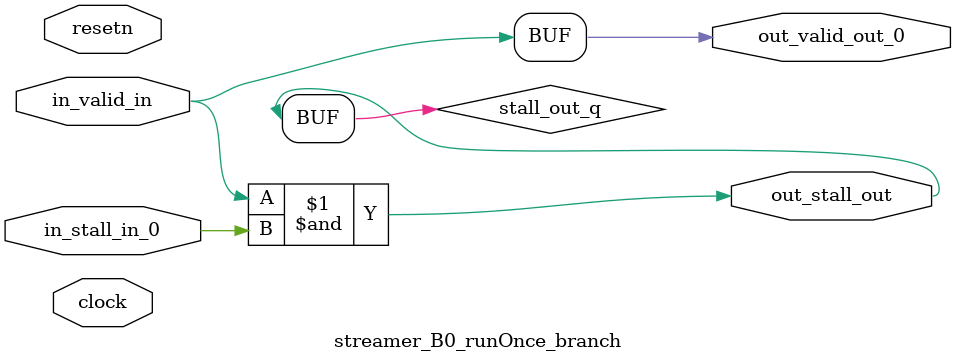
<source format=sv>



(* altera_attribute = "-name AUTO_SHIFT_REGISTER_RECOGNITION OFF; -name MESSAGE_DISABLE 10036; -name MESSAGE_DISABLE 10037; -name MESSAGE_DISABLE 14130; -name MESSAGE_DISABLE 14320; -name MESSAGE_DISABLE 15400; -name MESSAGE_DISABLE 14130; -name MESSAGE_DISABLE 10036; -name MESSAGE_DISABLE 12020; -name MESSAGE_DISABLE 12030; -name MESSAGE_DISABLE 12010; -name MESSAGE_DISABLE 12110; -name MESSAGE_DISABLE 14320; -name MESSAGE_DISABLE 13410; -name MESSAGE_DISABLE 113007; -name MESSAGE_DISABLE 10958" *)
module streamer_B0_runOnce_branch (
    input wire [0:0] in_stall_in_0,
    input wire [0:0] in_valid_in,
    output wire [0:0] out_stall_out,
    output wire [0:0] out_valid_out_0,
    input wire clock,
    input wire resetn
    );

    wire [0:0] stall_out_q;


    // stall_out(LOGICAL,6)
    assign stall_out_q = in_valid_in & in_stall_in_0;

    // out_stall_out(GPOUT,4)
    assign out_stall_out = stall_out_q;

    // out_valid_out_0(GPOUT,5)
    assign out_valid_out_0 = in_valid_in;

endmodule

</source>
